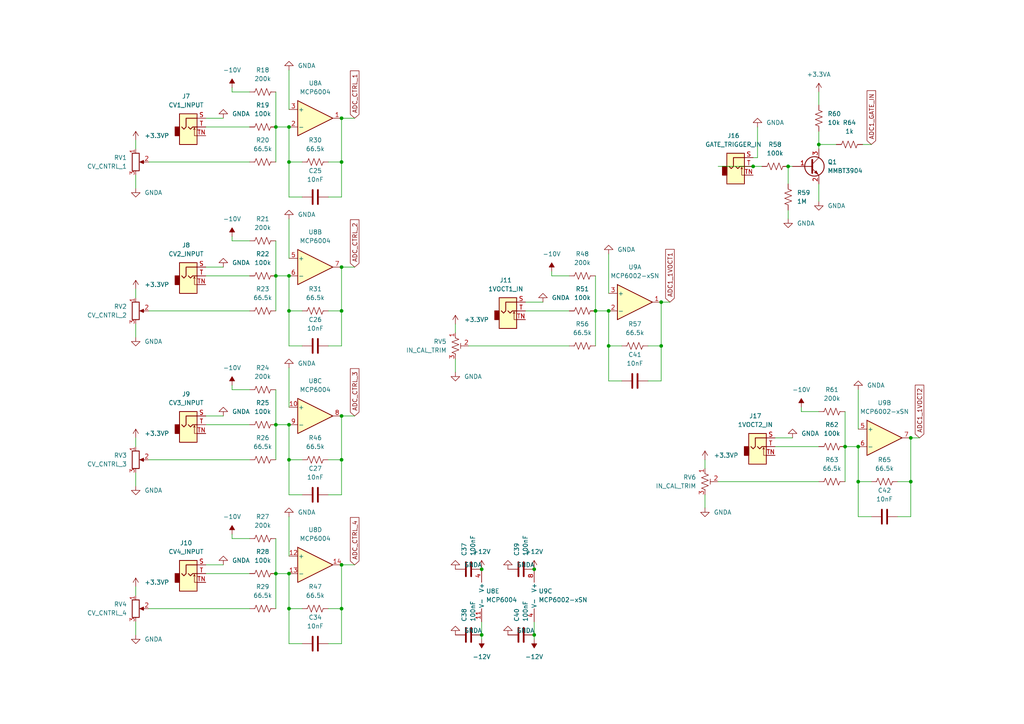
<source format=kicad_sch>
(kicad_sch (version 20211123) (generator eeschema)
  (paper "A4")
  (lib_symbols
    (symbol "Amplifier_Operational:MCP6002-xSN" (pin_names (offset 0.127))
      (property "Reference" "U" (at 0 5.08 0))
      (property "Value" "MCP6002-xSN" (at 0 -5.08 0))
      (symbol "MCP6002-xSN_1_1"
        (polyline (pts (xy -5.08 5.08) (xy 5.08 0) (xy -5.08 -5.08) (xy -5.08 5.08)) (stroke (width 0.254)) (fill (type background)))
        (pin output line (at 7.62 0 180) (length 2.54) (name "~") (number "1"))
        (pin input line (at -7.62 -2.54 0) (length 2.54) (name "-") (number "2"))
        (pin input line (at -7.62 2.54 0) (length 2.54) (name "+") (number "3"))
      )
      (symbol "MCP6002-xSN_2_1"
        (polyline (pts (xy -5.08 5.08) (xy 5.08 0) (xy -5.08 -5.08) (xy -5.08 5.08)) (stroke (width 0.254)) (fill (type background)))
        (pin input line (at -7.62 2.54 0) (length 2.54) (name "+") (number "5"))
        (pin input line (at -7.62 -2.54 0) (length 2.54) (name "-") (number "6"))
        (pin output line (at 7.62 0 180) (length 2.54) (name "~") (number "7"))
      )
      (symbol "MCP6002-xSN_3_1"
        (pin power_in line (at -2.54 -7.62 90) (length 3.81) (name "V-") (number "4"))
        (pin power_in line (at -2.54 7.62 270) (length 3.81) (name "V+") (number "8"))
      )
    )
    (symbol "Amplifier_Operational:MCP6004" (pin_names (offset 0.127))
      (property "Reference" "U" (at 0 5.08 0))
      (property "Value" "MCP6004" (at 0 -5.08 0))
      (symbol "MCP6004_1_1"
        (polyline (pts (xy -5.08 5.08) (xy 5.08 0) (xy -5.08 -5.08) (xy -5.08 5.08)) (stroke (width 0.254)) (fill (type background)))
        (pin output line (at 7.62 0 180) (length 2.54) (name "~") (number "1"))
        (pin input line (at -7.62 -2.54 0) (length 2.54) (name "-") (number "2"))
        (pin input line (at -7.62 2.54 0) (length 2.54) (name "+") (number "3"))
      )
      (symbol "MCP6004_2_1"
        (polyline (pts (xy -5.08 5.08) (xy 5.08 0) (xy -5.08 -5.08) (xy -5.08 5.08)) (stroke (width 0.254)) (fill (type background)))
        (pin input line (at -7.62 2.54 0) (length 2.54) (name "+") (number "5"))
        (pin input line (at -7.62 -2.54 0) (length 2.54) (name "-") (number "6"))
        (pin output line (at 7.62 0 180) (length 2.54) (name "~") (number "7"))
      )
      (symbol "MCP6004_3_1"
        (polyline (pts (xy -5.08 5.08) (xy 5.08 0) (xy -5.08 -5.08) (xy -5.08 5.08)) (stroke (width 0.254)) (fill (type background)))
        (pin input line (at -7.62 2.54 0) (length 2.54) (name "+") (number "10"))
        (pin output line (at 7.62 0 180) (length 2.54) (name "~") (number "8"))
        (pin input line (at -7.62 -2.54 0) (length 2.54) (name "-") (number "9"))
      )
      (symbol "MCP6004_4_1"
        (polyline (pts (xy -5.08 5.08) (xy 5.08 0) (xy -5.08 -5.08) (xy -5.08 5.08)) (stroke (width 0.254)) (fill (type background)))
        (pin input line (at -7.62 2.54 0) (length 2.54) (name "+") (number "12"))
        (pin input line (at -7.62 -2.54 0) (length 2.54) (name "-") (number "13"))
        (pin output line (at 7.62 0 180) (length 2.54) (name "~") (number "14"))
      )
      (symbol "MCP6004_5_1"
        (pin power_in line (at -2.54 -7.62 90) (length 3.81) (name "V-") (number "11"))
        (pin power_in line (at -2.54 7.62 270) (length 3.81) (name "V+") (number "4"))
      )
    )
    (symbol "Connector:AudioJack2_SwitchT"
      (property "Reference" "J" (at 0 8.89 0))
      (property "Value" "AudioJack2_SwitchT" (at 0 6.35 0))
      (symbol "AudioJack2_SwitchT_0_1"
        (rectangle (start -2.54 0) (end -3.81 -2.54) (stroke (width 0.254)) (fill (type outline)))
        (polyline (pts (xy 1.778 -0.254) (xy 2.032 -0.762)))
        (polyline (pts (xy 0 0) (xy 0.635 -0.635) (xy 1.27 0) (xy 2.54 0)) (stroke (width 0.254)))
        (polyline (pts (xy 2.54 -2.54) (xy 1.778 -2.54) (xy 1.778 -0.254) (xy 1.524 -0.762)))
        (polyline (pts (xy 2.54 2.54) (xy -0.635 2.54) (xy -0.635 0) (xy -1.27 -0.635) (xy -1.905 0)) (stroke (width 0.254)))
        (rectangle (start 2.54 3.81) (end -2.54 -5.08) (stroke (width 0.254)) (fill (type background)))
      )
      (symbol "AudioJack2_SwitchT_1_1"
        (pin passive line (at 5.08 2.54 180) (length 2.54) (name "~") (number "S"))
        (pin passive line (at 5.08 0 180) (length 2.54) (name "~") (number "T"))
        (pin passive line (at 5.08 -2.54 180) (length 2.54) (name "~") (number "TN"))
      )
    )
    (symbol "Device:C" (pin_numbers hide) (pin_names (offset 0.254))
      (property "Reference" "C" (at 0.635 2.54 0))
      (property "Value" "C" (at 0.635 -2.54 0))
      (symbol "C_0_1"
        (polyline (pts (xy -2.032 -0.762) (xy 2.032 -0.762)) (stroke (width 0.508)))
        (polyline (pts (xy -2.032 0.762) (xy 2.032 0.762)) (stroke (width 0.508)))
      )
      (symbol "C_1_1"
        (pin passive line (at 0 3.81 270) (length 2.794) (name "~") (number "1"))
        (pin passive line (at 0 -3.81 90) (length 2.794) (name "~") (number "2"))
      )
    )
    (symbol "Device:R_Potentiometer" (pin_names (offset 1.016) hide)
      (property "Reference" "RV" (at -4.445 0 90))
      (property "Value" "R_Potentiometer" (at -2.54 0 90))
      (symbol "R_Potentiometer_0_1"
        (polyline (pts (xy 2.54 0) (xy 1.524 0)))
        (polyline (pts (xy 1.143 0) (xy 2.286 0.508) (xy 2.286 -0.508) (xy 1.143 0)) (fill (type outline)))
        (rectangle (start 1.016 2.54) (end -1.016 -2.54) (stroke (width 0.254)))
      )
      (symbol "R_Potentiometer_1_1"
        (pin passive line (at 0 3.81 270) (length 1.27) (name "1") (number "1"))
        (pin passive line (at 3.81 0 180) (length 1.27) (name "2") (number "2"))
        (pin passive line (at 0 -3.81 90) (length 1.27) (name "3") (number "3"))
      )
    )
    (symbol "Device:R_Potentiometer_Trim_US" (pin_names (offset 1.016) hide)
      (property "Reference" "RV" (at -4.445 0 90))
      (property "Value" "R_Potentiometer_Trim_US" (at -2.54 0 90))
      (symbol "R_Potentiometer_Trim_US_0_1"
        (polyline (pts (xy 0 -2.286) (xy 0 -2.54)))
        (polyline (pts (xy 0 2.286) (xy 0 2.54)))
        (polyline (pts (xy 1.524 0.762) (xy 1.524 -0.762)))
        (polyline (pts (xy 2.54 0) (xy 1.524 0)))
        (polyline (pts (xy 0 -0.762) (xy 1.016 -1.143) (xy 0 -1.524) (xy -1.016 -1.905) (xy 0 -2.286)))
        (polyline (pts (xy 0 0.762) (xy 1.016 0.381) (xy 0 0) (xy -1.016 -0.381) (xy 0 -0.762)))
        (polyline (pts (xy 0 2.286) (xy 1.016 1.905) (xy 0 1.524) (xy -1.016 1.143) (xy 0 0.762)))
      )
      (symbol "R_Potentiometer_Trim_US_1_1"
        (pin passive line (at 0 3.81 270) (length 1.27) (name "1") (number "1"))
        (pin passive line (at 3.81 0 180) (length 1.27) (name "2") (number "2"))
        (pin passive line (at 0 -3.81 90) (length 1.27) (name "3") (number "3"))
      )
    )
    (symbol "Device:R_US" (pin_numbers hide) (pin_names (offset 0))
      (property "Reference" "R" (at 2.54 0 90))
      (property "Value" "R_US" (at -2.54 0 90))
      (symbol "R_US_0_1"
        (polyline (pts (xy 0 -2.286) (xy 0 -2.54)))
        (polyline (pts (xy 0 2.286) (xy 0 2.54)))
        (polyline (pts (xy 0 -0.762) (xy 1.016 -1.143) (xy 0 -1.524) (xy -1.016 -1.905) (xy 0 -2.286)))
        (polyline (pts (xy 0 0.762) (xy 1.016 0.381) (xy 0 0) (xy -1.016 -0.381) (xy 0 -0.762)))
        (polyline (pts (xy 0 2.286) (xy 1.016 1.905) (xy 0 1.524) (xy -1.016 1.143) (xy 0 0.762)))
      )
      (symbol "R_US_1_1"
        (pin passive line (at 0 3.81 270) (length 1.27) (name "~") (number "1"))
        (pin passive line (at 0 -3.81 90) (length 1.27) (name "~") (number "2"))
      )
    )
    (symbol "Transistor_BJT:MMBT3904" (pin_names (offset 0) hide)
      (property "Reference" "Q" (at 5.08 1.905 0))
      (property "Value" "MMBT3904" (at 5.08 0 0))
      (symbol "MMBT3904_0_1"
        (polyline (pts (xy 0.635 0.635) (xy 2.54 2.54)))
        (polyline (pts (xy 0.635 -0.635) (xy 2.54 -2.54) (xy 2.54 -2.54)))
        (polyline (pts (xy 0.635 1.905) (xy 0.635 -1.905) (xy 0.635 -1.905)) (stroke (width 0.508)))
        (polyline (pts (xy 1.27 -1.778) (xy 1.778 -1.27) (xy 2.286 -2.286) (xy 1.27 -1.778) (xy 1.27 -1.778)) (fill (type outline)))
        (circle (center 1.27 0) (radius 2.8194) (stroke (width 0.254)))
      )
      (symbol "MMBT3904_1_1"
        (pin input line (at -5.08 0 0) (length 5.715) (name "B") (number "1"))
        (pin passive line (at 2.54 -5.08 90) (length 2.54) (name "E") (number "2"))
        (pin passive line (at 2.54 5.08 270) (length 2.54) (name "C") (number "3"))
      )
    )
    (symbol "power:+12V" (power) (pin_names (offset 0))
      (property "Value" "+12V" (at 0 3.556 0))
      (symbol "+12V_0_1"
        (polyline (pts (xy -0.762 1.27) (xy 0 2.54)))
        (polyline (pts (xy 0 0) (xy 0 2.54)))
        (polyline (pts (xy 0 2.54) (xy 0.762 1.27)))
      )
      (symbol "+12V_1_1"
        (pin power_in line (at 0 0 90) (length 0) hide (name "+12V") (number "1"))
      )
    )
    (symbol "power:+3.3VA" (power) (pin_names (offset 0))
      (property "Value" "+3.3VA" (at 0 3.556 0))
      (symbol "+3.3VA_0_1"
        (polyline (pts (xy -0.762 1.27) (xy 0 2.54)))
        (polyline (pts (xy 0 0) (xy 0 2.54)))
        (polyline (pts (xy 0 2.54) (xy 0.762 1.27)))
      )
      (symbol "+3.3VA_1_1"
        (pin power_in line (at 0 0 90) (length 0) hide (name "+3.3VA") (number "1"))
      )
    )
    (symbol "power:+3.3VP" (power) (pin_names (offset 0))
      (property "Value" "+3.3VP" (at 0 2.54 0))
      (symbol "+3.3VP_0_0"
        (pin power_in line (at 0 0 90) (length 0) hide (name "+3.3VP") (number "1"))
      )
      (symbol "+3.3VP_0_1"
        (polyline (pts (xy -0.762 1.27) (xy 0 2.54)))
        (polyline (pts (xy 0 0) (xy 0 2.54)))
        (polyline (pts (xy 0 2.54) (xy 0.762 1.27)))
      )
    )
    (symbol "power:-10V" (power) (pin_names (offset 0))
      (property "Value" "-10V" (at 0 3.81 0))
      (symbol "-10V_0_0"
        (pin power_in line (at 0 0 90) (length 0) hide (name "-10V") (number "1"))
      )
      (symbol "-10V_0_1"
        (polyline (pts (xy 0 0) (xy 0 1.27) (xy 0.762 1.27) (xy 0 2.54) (xy -0.762 1.27) (xy 0 1.27)) (fill (type outline)))
      )
    )
    (symbol "power:-12V" (power) (pin_names (offset 0))
      (property "Value" "-12V" (at 0 3.81 0))
      (symbol "-12V_0_0"
        (pin power_in line (at 0 0 90) (length 0) hide (name "-12V") (number "1"))
      )
      (symbol "-12V_0_1"
        (polyline (pts (xy 0 0) (xy 0 1.27) (xy 0.762 1.27) (xy 0 2.54) (xy -0.762 1.27) (xy 0 1.27)) (fill (type outline)))
      )
    )
    (symbol "power:GNDA" (power) (pin_names (offset 0))
      (property "Value" "GNDA" (at 0 -3.81 0))
      (symbol "GNDA_0_1"
        (polyline (pts (xy 0 0) (xy 0 -1.27) (xy 1.27 -1.27) (xy 0 -2.54) (xy -1.27 -1.27) (xy 0 -1.27)))
      )
      (symbol "GNDA_1_1"
        (pin power_in line (at 0 0 270) (length 0) hide (name "GNDA") (number "1"))
      )
    )
  )
  (junction (at 83.82 80.01))
  (junction (at 176.53 90.17))
  (junction (at 176.53 100.33))
  (junction (at 139.7 184.15))
  (junction (at 83.82 123.19))
  (junction (at 99.06 90.17))
  (junction (at 264.16 139.7))
  (junction (at 237.49 41.91))
  (junction (at 83.82 90.17))
  (junction (at 172.72 90.17))
  (junction (at 248.92 139.7))
  (junction (at 80.01 166.37))
  (junction (at 99.06 120.65))
  (junction (at 154.94 184.15))
  (junction (at 99.06 133.35))
  (junction (at 83.82 166.37))
  (junction (at 99.06 77.47))
  (junction (at 191.77 87.63))
  (junction (at 99.06 34.29))
  (junction (at 80.01 123.19))
  (junction (at 99.06 163.83))
  (junction (at 80.01 80.01))
  (junction (at 245.11 129.54))
  (junction (at 248.92 129.54))
  (junction (at 83.82 176.53))
  (junction (at 99.06 176.53))
  (junction (at 154.94 165.1))
  (junction (at 218.44 48.26))
  (junction (at 83.82 133.35))
  (junction (at 99.06 46.99))
  (junction (at 80.01 36.83))
  (junction (at 228.6 48.26))
  (junction (at 83.82 36.83))
  (junction (at 139.7 165.1))
  (junction (at 83.82 46.99))
  (junction (at 191.77 100.33))
  (junction (at 264.16 127))
  (wire (pts (xy 59.69 166.37) (xy 72.39 166.37)))
  (wire (pts (xy 208.28 139.7) (xy 237.49 139.7)))
  (wire (pts (xy 59.69 123.19) (xy 72.39 123.19)))
  (wire (pts (xy 99.06 133.35) (xy 99.06 120.65)))
  (wire (pts (xy 191.77 100.33) (xy 191.77 87.63)))
  (wire (pts (xy 248.92 149.86) (xy 248.92 139.7)))
  (wire (pts (xy 95.25 46.99) (xy 99.06 46.99)))
  (wire (pts (xy 135.89 100.33) (xy 165.1 100.33)))
  (wire (pts (xy 228.6 60.96) (xy 228.6 63.5)))
  (wire (pts (xy 237.49 38.1) (xy 237.49 41.91)))
  (wire (pts (xy 152.4 87.63) (xy 157.48 87.63)))
  (wire (pts (xy 204.47 143.51) (xy 204.47 147.32)))
  (wire (pts (xy 139.7 180.34) (xy 139.7 184.15)))
  (wire (pts (xy 152.4 90.17) (xy 165.1 90.17)))
  (wire (pts (xy 224.79 129.54) (xy 237.49 129.54)))
  (wire (pts (xy 180.34 110.49) (xy 176.53 110.49)))
  (wire (pts (xy 39.37 83.82) (xy 39.37 86.36)))
  (wire (pts (xy 264.16 149.86) (xy 264.16 139.7)))
  (wire (pts (xy 204.47 133.35) (xy 204.47 135.89)))
  (wire (pts (xy 83.82 106.68) (xy 83.82 118.11)))
  (wire (pts (xy 39.37 137.16) (xy 39.37 140.97)))
  (wire (pts (xy 252.73 139.7) (xy 248.92 139.7)))
  (wire (pts (xy 83.82 100.33) (xy 83.82 90.17)))
  (wire (pts (xy 83.82 186.69) (xy 83.82 176.53)))
  (wire (pts (xy 237.49 26.67) (xy 237.49 30.48)))
  (wire (pts (xy 191.77 87.63) (xy 194.31 87.63)))
  (wire (pts (xy 252.73 149.86) (xy 248.92 149.86)))
  (wire (pts (xy 132.08 93.98) (xy 132.08 96.52)))
  (wire (pts (xy 39.37 50.8) (xy 39.37 54.61)))
  (wire (pts (xy 95.25 143.51) (xy 99.06 143.51)))
  (wire (pts (xy 172.72 90.17) (xy 172.72 100.33)))
  (wire (pts (xy 165.1 80.01) (xy 160.02 80.01)))
  (wire (pts (xy 99.06 34.29) (xy 102.87 34.29)))
  (wire (pts (xy 99.06 120.65) (xy 102.87 120.65)))
  (wire (pts (xy 67.31 26.67) (xy 67.31 25.4)))
  (wire (pts (xy 87.63 133.35) (xy 83.82 133.35)))
  (wire (pts (xy 72.39 69.85) (xy 67.31 69.85)))
  (wire (pts (xy 237.49 41.91) (xy 237.49 43.18)))
  (wire (pts (xy 180.34 100.33) (xy 176.53 100.33)))
  (wire (pts (xy 72.39 113.03) (xy 67.31 113.03)))
  (wire (pts (xy 224.79 127) (xy 229.87 127)))
  (wire (pts (xy 132.08 104.14) (xy 132.08 107.95)))
  (wire (pts (xy 154.94 184.15) (xy 154.94 185.42)))
  (wire (pts (xy 80.01 26.67) (xy 80.01 36.83)))
  (wire (pts (xy 99.06 163.83) (xy 102.87 163.83)))
  (wire (pts (xy 237.49 41.91) (xy 242.57 41.91)))
  (wire (pts (xy 95.25 57.15) (xy 99.06 57.15)))
  (wire (pts (xy 237.49 119.38) (xy 232.41 119.38)))
  (wire (pts (xy 260.35 139.7) (xy 264.16 139.7)))
  (wire (pts (xy 83.82 149.86) (xy 83.82 161.29)))
  (wire (pts (xy 264.16 139.7) (xy 264.16 127)))
  (wire (pts (xy 87.63 90.17) (xy 83.82 90.17)))
  (wire (pts (xy 43.18 90.17) (xy 72.39 90.17)))
  (wire (pts (xy 95.25 176.53) (xy 99.06 176.53)))
  (wire (pts (xy 228.6 48.26) (xy 228.6 53.34)))
  (wire (pts (xy 95.25 186.69) (xy 99.06 186.69)))
  (wire (pts (xy 248.92 139.7) (xy 248.92 129.54)))
  (wire (pts (xy 172.72 80.01) (xy 172.72 90.17)))
  (wire (pts (xy 59.69 80.01) (xy 72.39 80.01)))
  (wire (pts (xy 59.69 120.65) (xy 64.77 120.65)))
  (wire (pts (xy 252.73 41.91) (xy 250.19 41.91)))
  (wire (pts (xy 43.18 176.53) (xy 72.39 176.53)))
  (wire (pts (xy 67.31 156.21) (xy 67.31 154.94)))
  (wire (pts (xy 260.35 149.86) (xy 264.16 149.86)))
  (wire (pts (xy 176.53 110.49) (xy 176.53 100.33)))
  (wire (pts (xy 39.37 127) (xy 39.37 129.54)))
  (wire (pts (xy 99.06 90.17) (xy 99.06 77.47)))
  (wire (pts (xy 208.28 48.26) (xy 218.44 48.26)))
  (wire (pts (xy 248.92 113.03) (xy 248.92 124.46)))
  (wire (pts (xy 80.01 36.83) (xy 80.01 46.99)))
  (wire (pts (xy 237.49 53.34) (xy 237.49 58.42)))
  (wire (pts (xy 245.11 119.38) (xy 245.11 129.54)))
  (wire (pts (xy 80.01 36.83) (xy 83.82 36.83)))
  (wire (pts (xy 59.69 163.83) (xy 64.77 163.83)))
  (wire (pts (xy 83.82 133.35) (xy 83.82 123.19)))
  (wire (pts (xy 67.31 69.85) (xy 67.31 68.58)))
  (wire (pts (xy 83.82 90.17) (xy 83.82 80.01)))
  (wire (pts (xy 99.06 46.99) (xy 99.06 34.29)))
  (wire (pts (xy 191.77 110.49) (xy 191.77 100.33)))
  (wire (pts (xy 87.63 186.69) (xy 83.82 186.69)))
  (wire (pts (xy 99.06 143.51) (xy 99.06 133.35)))
  (wire (pts (xy 80.01 69.85) (xy 80.01 80.01)))
  (wire (pts (xy 245.11 129.54) (xy 245.11 139.7)))
  (wire (pts (xy 264.16 127) (xy 266.7 127)))
  (wire (pts (xy 39.37 170.18) (xy 39.37 172.72)))
  (wire (pts (xy 95.25 100.33) (xy 99.06 100.33)))
  (wire (pts (xy 99.06 100.33) (xy 99.06 90.17)))
  (wire (pts (xy 83.82 57.15) (xy 83.82 46.99)))
  (wire (pts (xy 99.06 176.53) (xy 99.06 163.83)))
  (wire (pts (xy 99.06 186.69) (xy 99.06 176.53)))
  (wire (pts (xy 87.63 100.33) (xy 83.82 100.33)))
  (wire (pts (xy 139.7 184.15) (xy 139.7 185.42)))
  (wire (pts (xy 59.69 77.47) (xy 64.77 77.47)))
  (wire (pts (xy 218.44 45.72) (xy 219.71 45.72)))
  (wire (pts (xy 59.69 34.29) (xy 64.77 34.29)))
  (wire (pts (xy 245.11 129.54) (xy 248.92 129.54)))
  (wire (pts (xy 83.82 46.99) (xy 83.82 36.83)))
  (wire (pts (xy 80.01 80.01) (xy 80.01 90.17)))
  (wire (pts (xy 87.63 143.51) (xy 83.82 143.51)))
  (wire (pts (xy 80.01 80.01) (xy 83.82 80.01)))
  (wire (pts (xy 83.82 20.32) (xy 83.82 31.75)))
  (wire (pts (xy 160.02 80.01) (xy 160.02 78.74)))
  (wire (pts (xy 39.37 180.34) (xy 39.37 184.15)))
  (wire (pts (xy 80.01 123.19) (xy 80.01 133.35)))
  (wire (pts (xy 172.72 90.17) (xy 176.53 90.17)))
  (wire (pts (xy 72.39 156.21) (xy 67.31 156.21)))
  (wire (pts (xy 83.82 63.5) (xy 83.82 74.93)))
  (wire (pts (xy 72.39 26.67) (xy 67.31 26.67)))
  (wire (pts (xy 95.25 133.35) (xy 99.06 133.35)))
  (wire (pts (xy 67.31 113.03) (xy 67.31 111.76)))
  (wire (pts (xy 176.53 100.33) (xy 176.53 90.17)))
  (wire (pts (xy 176.53 73.66) (xy 176.53 85.09)))
  (wire (pts (xy 187.96 110.49) (xy 191.77 110.49)))
  (wire (pts (xy 154.94 180.34) (xy 154.94 184.15)))
  (wire (pts (xy 80.01 166.37) (xy 83.82 166.37)))
  (wire (pts (xy 80.01 156.21) (xy 80.01 166.37)))
  (wire (pts (xy 80.01 113.03) (xy 80.01 123.19)))
  (wire (pts (xy 80.01 123.19) (xy 83.82 123.19)))
  (wire (pts (xy 219.71 45.72) (xy 219.71 36.83)))
  (wire (pts (xy 43.18 46.99) (xy 72.39 46.99)))
  (wire (pts (xy 39.37 40.64) (xy 39.37 43.18)))
  (wire (pts (xy 80.01 166.37) (xy 80.01 176.53)))
  (wire (pts (xy 87.63 46.99) (xy 83.82 46.99)))
  (wire (pts (xy 99.06 77.47) (xy 102.87 77.47)))
  (wire (pts (xy 232.41 119.38) (xy 232.41 118.11)))
  (wire (pts (xy 218.44 48.26) (xy 220.98 48.26)))
  (wire (pts (xy 83.82 176.53) (xy 83.82 166.37)))
  (wire (pts (xy 229.87 48.26) (xy 228.6 48.26)))
  (wire (pts (xy 99.06 57.15) (xy 99.06 46.99)))
  (wire (pts (xy 43.18 133.35) (xy 72.39 133.35)))
  (wire (pts (xy 187.96 100.33) (xy 191.77 100.33)))
  (wire (pts (xy 95.25 90.17) (xy 99.06 90.17)))
  (wire (pts (xy 83.82 143.51) (xy 83.82 133.35)))
  (wire (pts (xy 87.63 176.53) (xy 83.82 176.53)))
  (wire (pts (xy 39.37 93.98) (xy 39.37 97.79)))
  (wire (pts (xy 59.69 36.83) (xy 72.39 36.83)))
  (wire (pts (xy 87.63 57.15) (xy 83.82 57.15)))
  (global_label "ADC1_GATE_IN" (shape input) (at 252.73 41.91 90) (property "Intersheet References" "${INTERSHEET_REFS}" (at 252.6506 26.3131 90) (effects (justify left))))
  (global_label "ADC_CTRL_4" (shape input) (at 102.87 163.83 90) (property "Intersheet References" "${INTERSHEET_REFS}" (at 102.7906 150.1079 90) (effects (justify left))))
  (global_label "ADC1_1VOCT1" (shape input) (at 194.31 87.63 90) (property "Intersheet References" "${INTERSHEET_REFS}" (at 194.2306 72.3355 90) (effects (justify left))))
  (global_label "ADC_CTRL_1" (shape input) (at 102.87 34.29 90) (property "Intersheet References" "${INTERSHEET_REFS}" (at 102.7906 20.5679 90) (effects (justify left))))
  (global_label "ADC1_1VOCT2" (shape input) (at 266.7 127 90) (property "Intersheet References" "${INTERSHEET_REFS}" (at 266.6206 111.7055 90) (effects (justify left))))
  (global_label "ADC_CTRL_2" (shape input) (at 102.87 77.47 90) (property "Intersheet References" "${INTERSHEET_REFS}" (at 102.7906 63.7479 90) (effects (justify left))))
  (global_label "ADC_CTRL_3" (shape input) (at 102.87 120.65 90) (property "Intersheet References" "${INTERSHEET_REFS}" (at 102.7906 106.9279 90) (effects (justify left))))
  (symbol (lib_id "power:-10V") (at 67.31 111.76 0) (unit 1)
    (property "Reference" "#PWR025" (effects hide))
    (property "Value" "-10V" (at 67.31 106.68 0))
  )
  (symbol (lib_id "power:GNDA") (at 176.53 73.66 180) (unit 1)
    (property "Reference" "#PWR043" (effects hide))
    (property "Value" "GNDA" (at 179.07 72.3899 0) (effects (justify right)))
  )
  (symbol (lib_id "power:GNDA") (at 39.37 184.15 0) (unit 1)
    (property "Reference" "#PWR018" (effects hide))
    (property "Value" "GNDA" (at 41.91 185.4199 0) (effects (justify left)))
  )
  (symbol (lib_id "Device:R_US") (at 76.2 156.21 270) (unit 1)
    (property "Reference" "R27" (at 76.2 149.86 90))
    (property "Value" "200k" (at 76.2 152.4 90))
    (property "Footprint" "Resistor_SMD:R_0805_2012Metric" (effects hide))
  )
  (symbol (lib_id "power:GNDA") (at 237.49 58.42 0) (unit 1)
    (property "Reference" "#PWR051" (effects hide))
    (property "Value" "GNDA" (at 240.03 59.6899 0) (effects (justify left)))
  )
  (symbol (lib_id "power:GNDA") (at 39.37 54.61 0) (unit 1)
    (property "Reference" "#PWR012" (effects hide))
    (property "Value" "GNDA" (at 41.91 55.8799 0) (effects (justify left)))
  )
  (symbol (lib_id "power:-10V") (at 232.41 118.11 0) (unit 1)
    (property "Reference" "#PWR049" (effects hide))
    (property "Value" "-10V" (at 232.41 113.03 0))
  )
  (symbol (lib_id "power:+12V") (at 139.7 165.1 0) (unit 1)
    (property "Reference" "#PWR035" (effects hide))
    (property "Value" "+12V" (at 139.7 160.02 0))
  )
  (symbol (lib_id "Device:C") (at 135.89 165.1 270) (unit 1)
    (property "Reference" "C37" (at 134.6199 161.29 0) (effects (justify right)))
    (property "Value" "100nF" (at 137.1599 161.29 0) (effects (justify right)))
    (property "Footprint" "Capacitor_SMD:C_0805_2012Metric" (effects hide))
  )
  (symbol (lib_id "power:GNDA") (at 132.08 184.15 180) (unit 1)
    (property "Reference" "#PWR034" (effects hide))
    (property "Value" "GNDA" (at 134.62 182.8799 0) (effects (justify right)))
  )
  (symbol (lib_id "Connector:AudioJack2_SwitchT") (at 147.32 90.17 0) (unit 1)
    (property "Reference" "J11" (at 146.685 81.28 0))
    (property "Value" "1VOCT1_IN" (at 146.685 83.82 0))
    (property "Footprint" "Connector_Audio:Jack_3.5mm_QingPu_WQP-PJ398SM_Vertical_CircularHoles" (effects hide))
  )
  (symbol (lib_id "Device:R_US") (at 76.2 46.99 270) (unit 1)
    (property "Reference" "R20" (at 76.2 40.64 90))
    (property "Value" "66.5k" (at 76.2 43.18 90))
    (property "Footprint" "Resistor_SMD:R_0805_2012Metric" (effects hide))
  )
  (symbol (lib_id "Device:R_US") (at 76.2 113.03 270) (unit 1)
    (property "Reference" "R24" (at 76.2 106.68 90))
    (property "Value" "200k" (at 76.2 109.22 90))
    (property "Footprint" "Resistor_SMD:R_0805_2012Metric" (effects hide))
  )
  (symbol (lib_id "Device:R_Potentiometer_Trim_US") (at 204.47 139.7 0) (unit 1)
    (property "Reference" "RV6" (at 201.93 138.4299 0) (effects (justify right)))
    (property "Value" "IN_CAL_TRIM" (at 201.93 140.9699 0) (effects (justify right)))
    (property "Footprint" "Potentiometer_THT:Potentiometer_Bourns_3266W_Vertical" (effects hide))
  )
  (symbol (lib_id "Device:R_US") (at 168.91 90.17 270) (unit 1)
    (property "Reference" "R51" (at 168.91 83.82 90))
    (property "Value" "100k" (at 168.91 86.36 90))
    (property "Footprint" "Resistor_SMD:R_0805_2012Metric" (effects hide))
  )
  (symbol (lib_id "Device:R_US") (at 168.91 100.33 270) (unit 1)
    (property "Reference" "R56" (at 168.91 93.98 90))
    (property "Value" "66.5k" (at 168.91 96.52 90))
    (property "Footprint" "Resistor_SMD:R_0805_2012Metric" (effects hide))
  )
  (symbol (lib_id "power:GNDA") (at 64.77 77.47 180) (unit 1)
    (property "Reference" "#PWR020" (effects hide))
    (property "Value" "GNDA" (at 67.31 76.1999 0) (effects (justify right)))
  )
  (symbol (lib_id "power:+3.3VP") (at 39.37 83.82 0) (unit 1)
    (property "Reference" "#PWR013" (effects hide))
    (property "Value" "+3.3VP" (at 41.91 82.5499 0) (effects (justify left)))
  )
  (symbol (lib_id "Device:C") (at 91.44 57.15 90) (unit 1)
    (property "Reference" "C25" (at 91.44 49.53 90))
    (property "Value" "10nF" (at 91.44 52.07 90))
    (property "Footprint" "Capacitor_SMD:C_0805_2012Metric" (effects hide))
  )
  (symbol (lib_id "power:GNDA") (at 147.32 184.15 180) (unit 1)
    (property "Reference" "#PWR038" (effects hide))
    (property "Value" "GNDA" (at 149.86 182.8799 0) (effects (justify right)))
  )
  (symbol (lib_id "Connector:AudioJack2_SwitchT") (at 213.36 48.26 0) (unit 1)
    (property "Reference" "J16" (at 212.725 39.37 0))
    (property "Value" "GATE_TRIGGER_IN" (at 212.725 41.91 0))
    (property "Footprint" "Connector_Audio:Jack_3.5mm_QingPu_WQP-PJ398SM_Vertical_CircularHoles" (effects hide))
  )
  (symbol (lib_id "Device:R_US") (at 228.6 57.15 180) (unit 1)
    (property "Reference" "R59" (at 231.14 55.8799 0) (effects (justify right)))
    (property "Value" "1M" (at 231.14 58.4199 0) (effects (justify right)))
    (property "Footprint" "Resistor_SMD:R_0805_2012Metric" (effects hide))
  )
  (symbol (lib_id "power:-10V") (at 160.02 78.74 0) (unit 1)
    (property "Reference" "#PWR042" (effects hide))
    (property "Value" "-10V" (at 160.02 73.66 0))
  )
  (symbol (lib_id "power:GNDA") (at 83.82 63.5 180) (unit 1)
    (property "Reference" "#PWR028" (effects hide))
    (property "Value" "GNDA" (at 86.36 62.2299 0) (effects (justify right)))
  )
  (symbol (lib_id "Device:R_US") (at 76.2 166.37 270) (unit 1)
    (property "Reference" "R28" (at 76.2 160.02 90))
    (property "Value" "100k" (at 76.2 162.56 90))
    (property "Footprint" "Resistor_SMD:R_0805_2012Metric" (effects hide))
  )
  (symbol (lib_id "power:GNDA") (at 132.08 165.1 180) (unit 1)
    (property "Reference" "#PWR033" (effects hide))
    (property "Value" "GNDA" (at 134.62 163.8299 0) (effects (justify right)))
  )
  (symbol (lib_id "Device:R_Potentiometer") (at 39.37 133.35 0) (unit 1)
    (property "Reference" "RV3" (at 36.83 132.0799 0) (effects (justify right)))
    (property "Value" "CV_CNTRL_3" (at 36.83 134.6199 0) (effects (justify right)))
    (property "Footprint" "Potentiometer_THT:Potentiometer_Alpha_RD901F-40-00D_Single_Vertical" (effects hide))
  )
  (symbol (lib_id "Device:R_US") (at 241.3 129.54 270) (unit 1)
    (property "Reference" "R62" (at 241.3 123.19 90))
    (property "Value" "100k" (at 241.3 125.73 90))
    (property "Footprint" "Resistor_SMD:R_0805_2012Metric" (effects hide))
  )
  (symbol (lib_id "Transistor_BJT:MMBT3904") (at 234.95 48.26 0) (unit 1)
    (property "Reference" "Q1" (at 240.03 46.9899 0) (effects (justify left)))
    (property "Value" "MMBT3904" (at 240.03 49.5299 0) (effects (justify left)))
    (property "Footprint" "Package_TO_SOT_SMD:SOT-23" (effects hide))
    (property "Datasheet" "https://www.onsemi.com/pub/Collateral/2N3903-D.PDF" (effects hide))
  )
  (symbol (lib_id "power:+12V") (at 154.94 165.1 0) (unit 1)
    (property "Reference" "#PWR039" (effects hide))
    (property "Value" "+12V" (at 154.94 160.02 0))
  )
  (symbol (lib_id "power:+3.3VP") (at 39.37 40.64 0) (unit 1)
    (property "Reference" "#PWR011" (effects hide))
    (property "Value" "+3.3VP" (at 41.91 39.3699 0) (effects (justify left)))
  )
  (symbol (lib_id "power:GNDA") (at 39.37 140.97 0) (unit 1)
    (property "Reference" "#PWR016" (effects hide))
    (property "Value" "GNDA" (at 41.91 142.2399 0) (effects (justify left)))
  )
  (symbol (lib_id "Amplifier_Operational:MCP6004") (at 91.44 120.65 0) (unit 3)
    (property "Reference" "U8" (at 91.44 110.49 0))
    (property "Value" "MCP6004" (at 91.44 113.03 0))
    (property "Footprint" "Package_SO:TSSOP-14_4.4x5mm_P0.65mm" (effects hide))
    (property "Datasheet" "http://ww1.microchip.com/downloads/en/DeviceDoc/21733j.pdf" (effects hide))
    (property "Mouser Part Number" "579-MCP6004T-I/ST" (effects hide))
  )
  (symbol (lib_id "power:+3.3VP") (at 39.37 127 0) (unit 1)
    (property "Reference" "#PWR015" (effects hide))
    (property "Value" "+3.3VP" (at 41.91 125.7299 0) (effects (justify left)))
  )
  (symbol (lib_id "power:GNDA") (at 83.82 106.68 180) (unit 1)
    (property "Reference" "#PWR029" (effects hide))
    (property "Value" "GNDA" (at 86.36 105.4099 0) (effects (justify right)))
  )
  (symbol (lib_id "power:+3.3VP") (at 132.08 93.98 0) (unit 1)
    (property "Reference" "#PWR031" (effects hide))
    (property "Value" "+3.3VP" (at 134.62 92.7099 0) (effects (justify left)))
  )
  (symbol (lib_id "Device:R_Potentiometer") (at 39.37 176.53 0) (unit 1)
    (property "Reference" "RV4" (at 36.83 175.2599 0) (effects (justify right)))
    (property "Value" "CV_CNTRL_4" (at 36.83 177.7999 0) (effects (justify right)))
    (property "Footprint" "Potentiometer_THT:Potentiometer_Alpha_RD901F-40-00D_Single_Vertical" (effects hide))
  )
  (symbol (lib_id "Device:R_US") (at 241.3 119.38 270) (unit 1)
    (property "Reference" "R61" (at 241.3 113.03 90))
    (property "Value" "200k" (at 241.3 115.57 90))
    (property "Footprint" "Resistor_SMD:R_0805_2012Metric" (effects hide))
  )
  (symbol (lib_id "Device:R_US") (at 241.3 139.7 270) (unit 1)
    (property "Reference" "R63" (at 241.3 133.35 90))
    (property "Value" "66.5k" (at 241.3 135.89 90))
    (property "Footprint" "Resistor_SMD:R_0805_2012Metric" (effects hide))
  )
  (symbol (lib_id "Device:R_US") (at 224.79 48.26 270) (unit 1)
    (property "Reference" "R58" (at 224.79 41.91 90))
    (property "Value" "100k" (at 224.79 44.45 90))
    (property "Footprint" "Resistor_SMD:R_0805_2012Metric" (effects hide))
  )
  (symbol (lib_id "power:-10V") (at 67.31 25.4 0) (unit 1)
    (property "Reference" "#PWR023" (effects hide))
    (property "Value" "-10V" (at 67.31 20.32 0))
  )
  (symbol (lib_id "Device:C") (at 91.44 186.69 90) (unit 1)
    (property "Reference" "C34" (at 91.44 179.07 90))
    (property "Value" "10nF" (at 91.44 181.61 90))
    (property "Footprint" "Capacitor_SMD:C_0805_2012Metric" (effects hide))
  )
  (symbol (lib_id "Device:C") (at 151.13 184.15 270) (unit 1)
    (property "Reference" "C40" (at 149.8599 180.34 0) (effects (justify right)))
    (property "Value" "100nF" (at 152.3999 180.34 0) (effects (justify right)))
    (property "Footprint" "Capacitor_SMD:C_0805_2012Metric" (effects hide))
  )
  (symbol (lib_id "Amplifier_Operational:MCP6002-xSN") (at 184.15 87.63 0) (unit 1)
    (property "Reference" "U9" (at 184.15 77.47 0))
    (property "Value" "MCP6002-xSN" (at 184.15 80.01 0))
    (property "Footprint" "Package_SO:SOIC-8_3.9x4.9mm_P1.27mm" (effects hide))
    (property "Datasheet" "http://ww1.microchip.com/downloads/en/DeviceDoc/21733j.pdf" (effects hide))
  )
  (symbol (lib_id "Device:R_US") (at 91.44 46.99 270) (unit 1)
    (property "Reference" "R30" (at 91.44 40.64 90))
    (property "Value" "66.5k" (at 91.44 43.18 90))
    (property "Footprint" "Resistor_SMD:R_0805_2012Metric" (effects hide))
  )
  (symbol (lib_id "power:-12V") (at 154.94 185.42 180) (unit 1)
    (property "Reference" "#PWR040" (effects hide))
    (property "Value" "-12V" (at 154.94 190.5 0))
  )
  (symbol (lib_id "power:GNDA") (at 64.77 34.29 180) (unit 1)
    (property "Reference" "#PWR019" (effects hide))
    (property "Value" "GNDA" (at 67.31 33.0199 0) (effects (justify right)))
  )
  (symbol (lib_id "power:GNDA") (at 39.37 97.79 0) (unit 1)
    (property "Reference" "#PWR014" (effects hide))
    (property "Value" "GNDA" (at 41.91 99.0599 0) (effects (justify left)))
  )
  (symbol (lib_id "Amplifier_Operational:MCP6004") (at 91.44 77.47 0) (unit 2)
    (property "Reference" "U8" (at 91.44 67.31 0))
    (property "Value" "MCP6004" (at 91.44 69.85 0))
    (property "Footprint" "Package_SO:TSSOP-14_4.4x5mm_P0.65mm" (effects hide))
    (property "Datasheet" "http://ww1.microchip.com/downloads/en/DeviceDoc/21733j.pdf" (effects hide))
    (property "Mouser Part Number" "579-MCP6004T-I/ST" (effects hide))
  )
  (symbol (lib_id "Device:C") (at 135.89 184.15 270) (unit 1)
    (property "Reference" "C38" (at 134.6199 180.34 0) (effects (justify right)))
    (property "Value" "100nF" (at 137.1599 180.34 0) (effects (justify right)))
    (property "Footprint" "Capacitor_SMD:C_0805_2012Metric" (effects hide))
  )
  (symbol (lib_id "Device:R_US") (at 91.44 176.53 270) (unit 1)
    (property "Reference" "R47" (at 91.44 170.18 90))
    (property "Value" "66.5k" (at 91.44 172.72 90))
    (property "Footprint" "Resistor_SMD:R_0805_2012Metric" (effects hide))
  )
  (symbol (lib_id "power:GNDA") (at 228.6 63.5 0) (unit 1)
    (property "Reference" "#PWR047" (effects hide))
    (property "Value" "GNDA" (at 231.14 64.7699 0) (effects (justify left)))
  )
  (symbol (lib_id "power:GNDA") (at 157.48 87.63 180) (unit 1)
    (property "Reference" "#PWR041" (effects hide))
    (property "Value" "GNDA" (at 160.02 86.3599 0) (effects (justify right)))
  )
  (symbol (lib_id "Device:R_US") (at 184.15 100.33 270) (unit 1)
    (property "Reference" "R57" (at 184.15 93.98 90))
    (property "Value" "66.5k" (at 184.15 96.52 90))
    (property "Footprint" "Resistor_SMD:R_0805_2012Metric" (effects hide))
  )
  (symbol (lib_id "Device:R_US") (at 76.2 90.17 270) (unit 1)
    (property "Reference" "R23" (at 76.2 83.82 90))
    (property "Value" "66.5k" (at 76.2 86.36 90))
    (property "Footprint" "Resistor_SMD:R_0805_2012Metric" (effects hide))
  )
  (symbol (lib_id "Connector:AudioJack2_SwitchT") (at 54.61 166.37 0) (unit 1)
    (property "Reference" "J10" (at 53.975 157.48 0))
    (property "Value" "CV4_INPUT" (at 53.975 160.02 0))
    (property "Footprint" "Connector_Audio:Jack_3.5mm_QingPu_WQP-PJ398SM_Vertical_CircularHoles" (effects hide))
  )
  (symbol (lib_id "Connector:AudioJack2_SwitchT") (at 54.61 80.01 0) (unit 1)
    (property "Reference" "J8" (at 53.975 71.12 0))
    (property "Value" "CV2_INPUT" (at 53.975 73.66 0))
    (property "Footprint" "Connector_Audio:Jack_3.5mm_QingPu_WQP-PJ398SM_Vertical_CircularHoles" (effects hide))
  )
  (symbol (lib_id "power:GNDA") (at 83.82 20.32 180) (unit 1)
    (property "Reference" "#PWR027" (effects hide))
    (property "Value" "GNDA" (at 86.36 19.0499 0) (effects (justify right)))
  )
  (symbol (lib_id "Device:C") (at 91.44 100.33 90) (unit 1)
    (property "Reference" "C26" (at 91.44 92.71 90))
    (property "Value" "10nF" (at 91.44 95.25 90))
    (property "Footprint" "Capacitor_SMD:C_0805_2012Metric" (effects hide))
  )
  (symbol (lib_id "Device:C") (at 184.15 110.49 90) (unit 1)
    (property "Reference" "C41" (at 184.15 102.87 90))
    (property "Value" "10nF" (at 184.15 105.41 90))
    (property "Footprint" "Capacitor_SMD:C_0805_2012Metric" (effects hide))
  )
  (symbol (lib_id "power:GNDA") (at 64.77 163.83 180) (unit 1)
    (property "Reference" "#PWR022" (effects hide))
    (property "Value" "GNDA" (at 67.31 162.5599 0) (effects (justify right)))
  )
  (symbol (lib_id "power:-10V") (at 67.31 154.94 0) (unit 1)
    (property "Reference" "#PWR026" (effects hide))
    (property "Value" "-10V" (at 67.31 149.86 0))
  )
  (symbol (lib_id "Device:R_US") (at 168.91 80.01 270) (unit 1)
    (property "Reference" "R48" (at 168.91 73.66 90))
    (property "Value" "200k" (at 168.91 76.2 90))
    (property "Footprint" "Resistor_SMD:R_0805_2012Metric" (effects hide))
  )
  (symbol (lib_id "power:GNDA") (at 132.08 107.95 0) (unit 1)
    (property "Reference" "#PWR032" (effects hide))
    (property "Value" "GNDA" (at 134.62 109.2199 0) (effects (justify left)))
  )
  (symbol (lib_id "power:GNDA") (at 204.47 147.32 0) (unit 1)
    (property "Reference" "#PWR045" (effects hide))
    (property "Value" "GNDA" (at 207.01 148.5899 0) (effects (justify left)))
  )
  (symbol (lib_id "Connector:AudioJack2_SwitchT") (at 54.61 123.19 0) (unit 1)
    (property "Reference" "J9" (at 53.975 114.3 0))
    (property "Value" "CV3_INPUT" (at 53.975 116.84 0))
    (property "Footprint" "Connector_Audio:Jack_3.5mm_QingPu_WQP-PJ398SM_Vertical_CircularHoles" (effects hide))
  )
  (symbol (lib_id "Device:R_Potentiometer") (at 39.37 46.99 0) (unit 1)
    (property "Reference" "RV1" (at 36.83 45.7199 0) (effects (justify right)))
    (property "Value" "CV_CNTRL_1" (at 36.83 48.2599 0) (effects (justify right)))
    (property "Footprint" "Potentiometer_THT:Potentiometer_Alpha_RD901F-40-00D_Single_Vertical" (effects hide))
  )
  (symbol (lib_id "Device:R_US") (at 246.38 41.91 270) (unit 1)
    (property "Reference" "R64" (at 246.38 35.56 90))
    (property "Value" "1k" (at 246.38 38.1 90))
    (property "Footprint" "Resistor_SMD:R_0805_2012Metric" (effects hide))
  )
  (symbol (lib_id "Amplifier_Operational:MCP6004") (at 91.44 34.29 0) (unit 1)
    (property "Reference" "U8" (at 91.44 24.13 0))
    (property "Value" "MCP6004" (at 91.44 26.67 0))
    (property "Footprint" "Package_SO:TSSOP-14_4.4x5mm_P0.65mm" (effects hide))
    (property "Datasheet" "http://ww1.microchip.com/downloads/en/DeviceDoc/21733j.pdf" (effects hide))
    (property "Mouser Part Number" "579-MCP6004T-I/ST" (effects hide))
  )
  (symbol (lib_id "Amplifier_Operational:MCP6002-xSN") (at 256.54 127 0) (unit 2)
    (property "Reference" "U9" (at 256.54 116.84 0))
    (property "Value" "MCP6002-xSN" (at 256.54 119.38 0))
    (property "Footprint" "Package_SO:SOIC-8_3.9x4.9mm_P1.27mm" (effects hide))
    (property "Datasheet" "http://ww1.microchip.com/downloads/en/DeviceDoc/21733j.pdf" (effects hide))
  )
  (symbol (lib_id "Device:C") (at 151.13 165.1 270) (unit 1)
    (property "Reference" "C39" (at 149.8599 161.29 0) (effects (justify right)))
    (property "Value" "100nF" (at 152.3999 161.29 0) (effects (justify right)))
    (property "Footprint" "Capacitor_SMD:C_0805_2012Metric" (effects hide))
  )
  (symbol (lib_id "power:-10V") (at 67.31 68.58 0) (unit 1)
    (property "Reference" "#PWR024" (effects hide))
    (property "Value" "-10V" (at 67.31 63.5 0))
  )
  (symbol (lib_id "power:+3.3VP") (at 204.47 133.35 0) (unit 1)
    (property "Reference" "#PWR044" (effects hide))
    (property "Value" "+3.3VP" (at 207.01 132.0799 0) (effects (justify left)))
  )
  (symbol (lib_id "Device:R_US") (at 76.2 133.35 270) (unit 1)
    (property "Reference" "R26" (at 76.2 127 90))
    (property "Value" "66.5k" (at 76.2 129.54 90))
    (property "Footprint" "Resistor_SMD:R_0805_2012Metric" (effects hide))
  )
  (symbol (lib_id "Device:R_US") (at 76.2 26.67 270) (unit 1)
    (property "Reference" "R18" (at 76.2 20.32 90))
    (property "Value" "200k" (at 76.2 22.86 90))
    (property "Footprint" "Resistor_SMD:R_0805_2012Metric" (effects hide))
  )
  (symbol (lib_id "Device:R_US") (at 76.2 36.83 270) (unit 1)
    (property "Reference" "R19" (at 76.2 30.48 90))
    (property "Value" "100k" (at 76.2 33.02 90))
    (property "Footprint" "Resistor_SMD:R_0805_2012Metric" (effects hide))
  )
  (symbol (lib_id "Device:R_US") (at 91.44 133.35 270) (unit 1)
    (property "Reference" "R46" (at 91.44 127 90))
    (property "Value" "66.5k" (at 91.44 129.54 90))
    (property "Footprint" "Resistor_SMD:R_0805_2012Metric" (effects hide))
  )
  (symbol (lib_id "Device:R_US") (at 76.2 80.01 270) (unit 1)
    (property "Reference" "R22" (at 76.2 73.66 90))
    (property "Value" "100k" (at 76.2 76.2 90))
    (property "Footprint" "Resistor_SMD:R_0805_2012Metric" (effects hide))
  )
  (symbol (lib_id "power:GNDA") (at 83.82 149.86 180) (unit 1)
    (property "Reference" "#PWR030" (effects hide))
    (property "Value" "GNDA" (at 86.36 148.5899 0) (effects (justify right)))
  )
  (symbol (lib_id "Amplifier_Operational:MCP6004") (at 142.24 172.72 0) (unit 5)
    (property "Reference" "U8" (at 140.97 171.4499 0) (effects (justify left)))
    (property "Value" "MCP6004" (at 140.97 173.9899 0) (effects (justify left)))
    (property "Footprint" "Package_SO:TSSOP-14_4.4x5mm_P0.65mm" (effects hide))
    (property "Datasheet" "http://ww1.microchip.com/downloads/en/DeviceDoc/21733j.pdf" (effects hide))
    (property "Mouser Part Number" "579-MCP6004T-I/ST" (effects hide))
  )
  (symbol (lib_id "Device:R_US") (at 76.2 123.19 270) (unit 1)
    (property "Reference" "R25" (at 76.2 116.84 90))
    (property "Value" "100k" (at 76.2 119.38 90))
    (property "Footprint" "Resistor_SMD:R_0805_2012Metric" (effects hide))
  )
  (symbol (lib_id "Device:C") (at 256.54 149.86 90) (unit 1)
    (property "Reference" "C42" (at 256.54 142.24 90))
    (property "Value" "10nF" (at 256.54 144.78 90))
    (property "Footprint" "Capacitor_SMD:C_0805_2012Metric" (effects hide))
  )
  (symbol (lib_id "power:GNDA") (at 229.87 127 180) (unit 1)
    (property "Reference" "#PWR048" (effects hide))
    (property "Value" "GNDA" (at 232.41 125.7299 0) (effects (justify right)))
  )
  (symbol (lib_id "power:+3.3VA") (at 237.49 26.67 0) (unit 1)
    (property "Reference" "#PWR050" (effects hide))
    (property "Value" "+3.3VA" (at 237.49 21.59 0))
  )
  (symbol (lib_id "power:-12V") (at 139.7 185.42 180) (unit 1)
    (property "Reference" "#PWR036" (effects hide))
    (property "Value" "-12V" (at 139.7 190.5 0))
  )
  (symbol (lib_id "Amplifier_Operational:MCP6004") (at 91.44 163.83 0) (unit 4)
    (property "Reference" "U8" (at 91.44 153.67 0))
    (property "Value" "MCP6004" (at 91.44 156.21 0))
    (property "Footprint" "Package_SO:TSSOP-14_4.4x5mm_P0.65mm" (effects hide))
    (property "Datasheet" "http://ww1.microchip.com/downloads/en/DeviceDoc/21733j.pdf" (effects hide))
    (property "Mouser Part Number" "579-MCP6004T-I/ST" (effects hide))
  )
  (symbol (lib_id "Connector:AudioJack2_SwitchT") (at 54.61 36.83 0) (unit 1)
    (property "Reference" "J7" (at 53.975 27.94 0))
    (property "Value" "CV1_INPUT" (at 53.975 30.48 0))
    (property "Footprint" "Connector_Audio:Jack_3.5mm_QingPu_WQP-PJ398SM_Vertical_CircularHoles" (effects hide))
  )
  (symbol (lib_id "Device:C") (at 91.44 143.51 90) (unit 1)
    (property "Reference" "C27" (at 91.44 135.89 90))
    (property "Value" "10nF" (at 91.44 138.43 90))
    (property "Footprint" "Capacitor_SMD:C_0805_2012Metric" (effects hide))
  )
  (symbol (lib_id "Device:R_US") (at 237.49 34.29 180) (unit 1)
    (property "Reference" "R60" (at 240.03 33.0199 0) (effects (justify right)))
    (property "Value" "10k" (at 240.03 35.5599 0) (effects (justify right)))
    (property "Footprint" "Resistor_SMD:R_0805_2012Metric" (effects hide))
  )
  (symbol (lib_id "power:GNDA") (at 64.77 120.65 180) (unit 1)
    (property "Reference" "#PWR021" (effects hide))
    (property "Value" "GNDA" (at 67.31 119.3799 0) (effects (justify right)))
  )
  (symbol (lib_id "power:GNDA") (at 147.32 165.1 180) (unit 1)
    (property "Reference" "#PWR037" (effects hide))
    (property "Value" "GNDA" (at 149.86 163.8299 0) (effects (justify right)))
  )
  (symbol (lib_id "power:GNDA") (at 248.92 113.03 180) (unit 1)
    (property "Reference" "#PWR052" (effects hide))
    (property "Value" "GNDA" (at 251.46 111.7599 0) (effects (justify right)))
  )
  (symbol (lib_id "Device:R_US") (at 76.2 69.85 270) (unit 1)
    (property "Reference" "R21" (at 76.2 63.5 90))
    (property "Value" "200k" (at 76.2 66.04 90))
    (property "Footprint" "Resistor_SMD:R_0805_2012Metric" (effects hide))
  )
  (symbol (lib_id "power:+3.3VP") (at 39.37 170.18 0) (unit 1)
    (property "Reference" "#PWR017" (effects hide))
    (property "Value" "+3.3VP" (at 41.91 168.9099 0) (effects (justify left)))
  )
  (symbol (lib_id "Device:R_US") (at 91.44 90.17 270) (unit 1)
    (property "Reference" "R31" (at 91.44 83.82 90))
    (property "Value" "66.5k" (at 91.44 86.36 90))
    (property "Footprint" "Resistor_SMD:R_0805_2012Metric" (effects hide))
  )
  (symbol (lib_id "Amplifier_Operational:MCP6002-xSN") (at 157.48 172.72 0) (unit 3)
    (property "Reference" "U9" (at 156.21 171.4499 0) (effects (justify left)))
    (property "Value" "MCP6002-xSN" (at 156.21 173.9899 0) (effects (justify left)))
    (property "Footprint" "Package_SO:SOIC-8_3.9x4.9mm_P1.27mm" (effects hide))
    (property "Datasheet" "http://ww1.microchip.com/downloads/en/DeviceDoc/21733j.pdf" (effects hide))
  )
  (symbol (lib_id "Device:R_Potentiometer") (at 39.37 90.17 0) (unit 1)
    (property "Reference" "RV2" (at 36.83 88.8999 0) (effects (justify right)))
    (property "Value" "CV_CNTRL_2" (at 36.83 91.4399 0) (effects (justify right)))
    (property "Footprint" "Potentiometer_THT:Potentiometer_Alpha_RD901F-40-00D_Single_Vertical" (effects hide))
  )
  (symbol (lib_id "power:GNDA") (at 219.71 36.83 180) (unit 1)
    (property "Reference" "#PWR046" (effects hide))
    (property "Value" "GNDA" (at 222.25 35.5599 0) (effects (justify right)))
  )
  (symbol (lib_id "Device:R_Potentiometer_Trim_US") (at 132.08 100.33 0) (unit 1)
    (property "Reference" "RV5" (at 129.54 99.0599 0) (effects (justify right)))
    (property "Value" "IN_CAL_TRIM" (at 129.54 101.5999 0) (effects (justify right)))
    (property "Footprint" "Potentiometer_THT:Potentiometer_Bourns_3266W_Vertical" (effects hide))
  )
  (symbol (lib_id "Device:R_US") (at 256.54 139.7 270) (unit 1)
    (property "Reference" "R65" (at 256.54 133.35 90))
    (property "Value" "66.5k" (at 256.54 135.89 90))
    (property "Footprint" "Resistor_SMD:R_0805_2012Metric" (effects hide))
  )
  (symbol (lib_id "Connector:AudioJack2_SwitchT") (at 219.71 129.54 0) (unit 1)
    (property "Reference" "J17" (at 219.075 120.65 0))
    (property "Value" "1VOCT2_IN" (at 219.075 123.19 0))
    (property "Footprint" "Connector_Audio:Jack_3.5mm_QingPu_WQP-PJ398SM_Vertical_CircularHoles" (effects hide))
  )
  (symbol (lib_id "Device:R_US") (at 76.2 176.53 270) (unit 1)
    (property "Reference" "R29" (at 76.2 170.18 90))
    (property "Value" "66.5k" (at 76.2 172.72 90))
    (property "Footprint" "Resistor_SMD:R_0805_2012Metric" (effects hide))
  )
)
</source>
